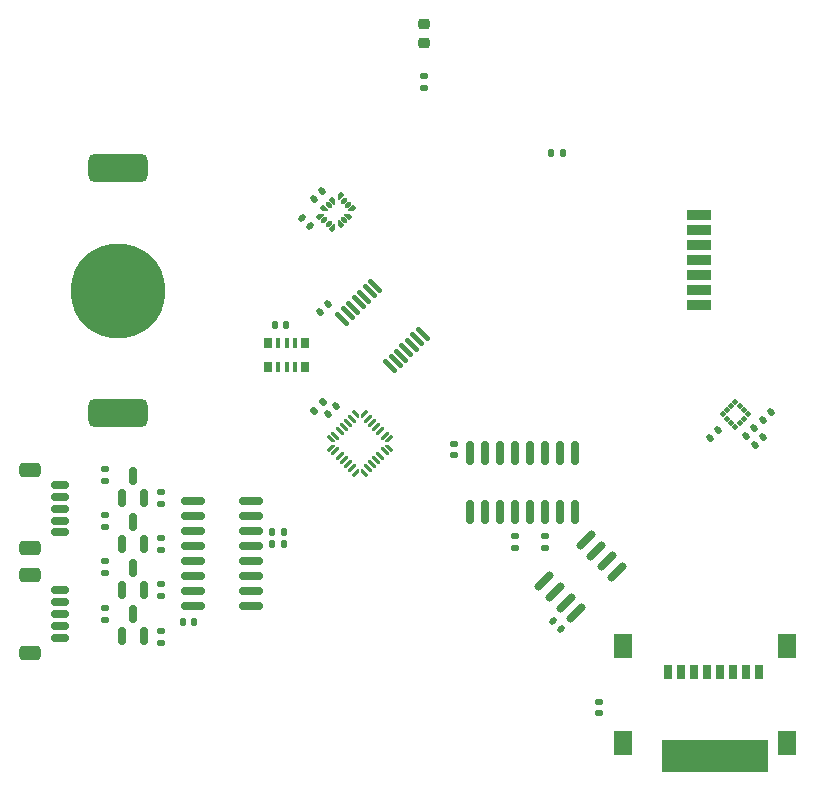
<source format=gbr>
%TF.GenerationSoftware,KiCad,Pcbnew,(6.0.9)*%
%TF.CreationDate,2022-11-26T13:31:22+01:00*%
%TF.ProjectId,MCU_PCB,4d43555f-5043-4422-9e6b-696361645f70,rev?*%
%TF.SameCoordinates,Original*%
%TF.FileFunction,Paste,Top*%
%TF.FilePolarity,Positive*%
%FSLAX46Y46*%
G04 Gerber Fmt 4.6, Leading zero omitted, Abs format (unit mm)*
G04 Created by KiCad (PCBNEW (6.0.9)) date 2022-11-26 13:31:22*
%MOMM*%
%LPD*%
G01*
G04 APERTURE LIST*
G04 Aperture macros list*
%AMRoundRect*
0 Rectangle with rounded corners*
0 $1 Rounding radius*
0 $2 $3 $4 $5 $6 $7 $8 $9 X,Y pos of 4 corners*
0 Add a 4 corners polygon primitive as box body*
4,1,4,$2,$3,$4,$5,$6,$7,$8,$9,$2,$3,0*
0 Add four circle primitives for the rounded corners*
1,1,$1+$1,$2,$3*
1,1,$1+$1,$4,$5*
1,1,$1+$1,$6,$7*
1,1,$1+$1,$8,$9*
0 Add four rect primitives between the rounded corners*
20,1,$1+$1,$2,$3,$4,$5,0*
20,1,$1+$1,$4,$5,$6,$7,0*
20,1,$1+$1,$6,$7,$8,$9,0*
20,1,$1+$1,$8,$9,$2,$3,0*%
%AMFreePoly0*
4,1,14,0.230680,0.111820,0.364320,-0.021821,0.377500,-0.053642,0.377500,-0.080000,0.364320,-0.111820,0.332500,-0.125000,-0.332500,-0.125000,-0.364320,-0.111820,-0.377500,-0.080000,-0.377500,0.080000,-0.364320,0.111820,-0.332500,0.125000,0.198860,0.125000,0.230680,0.111820,0.230680,0.111820,$1*%
%AMFreePoly1*
4,1,14,0.364320,0.111820,0.377500,0.080000,0.377501,0.053640,0.364318,0.021819,0.230680,-0.111820,0.198860,-0.125000,-0.332500,-0.125000,-0.364320,-0.111820,-0.377500,-0.080000,-0.377500,0.080000,-0.364320,0.111820,-0.332500,0.125000,0.332500,0.125000,0.364320,0.111820,0.364320,0.111820,$1*%
%AMFreePoly2*
4,1,15,0.053642,0.377500,0.080000,0.377500,0.111820,0.364320,0.125000,0.332500,0.125000,-0.332500,0.111820,-0.364320,0.080000,-0.377500,-0.080000,-0.377500,-0.111820,-0.364320,-0.125000,-0.332500,-0.125000,0.198860,-0.111820,0.230680,0.021820,0.364320,0.053640,0.377501,0.053642,0.377500,0.053642,0.377500,$1*%
%AMFreePoly3*
4,1,14,-0.021820,0.364320,0.111820,0.230679,0.125000,0.198858,0.125000,-0.332500,0.111820,-0.364320,0.080000,-0.377500,-0.080000,-0.377500,-0.111820,-0.364320,-0.125000,-0.332500,-0.125000,0.332500,-0.111820,0.364320,-0.080000,0.377500,-0.053640,0.377500,-0.021820,0.364320,-0.021820,0.364320,$1*%
%AMFreePoly4*
4,1,14,0.364320,0.111820,0.377500,0.080000,0.377500,-0.080000,0.364320,-0.111820,0.332500,-0.125000,-0.198860,-0.125001,-0.230681,-0.111818,-0.364320,0.021820,-0.377500,0.053640,-0.377500,0.080000,-0.364320,0.111820,-0.332500,0.125000,0.332500,0.125000,0.364320,0.111820,0.364320,0.111820,$1*%
%AMFreePoly5*
4,1,15,-0.198858,0.125000,0.332500,0.125000,0.364320,0.111820,0.377500,0.080000,0.377500,-0.080000,0.364320,-0.111820,0.332500,-0.125000,-0.332500,-0.125000,-0.364320,-0.111820,-0.377500,-0.080000,-0.377500,-0.053640,-0.364320,-0.021820,-0.230680,0.111820,-0.198860,0.125001,-0.198858,0.125000,-0.198858,0.125000,$1*%
%AMFreePoly6*
4,1,14,0.111820,0.364320,0.125000,0.332500,0.125001,-0.198860,0.111818,-0.230681,-0.021820,-0.364320,-0.053640,-0.377500,-0.080000,-0.377500,-0.111820,-0.364320,-0.125000,-0.332500,-0.125000,0.332500,-0.111820,0.364320,-0.080000,0.377500,0.080000,0.377500,0.111820,0.364320,0.111820,0.364320,$1*%
%AMFreePoly7*
4,1,14,0.111820,0.364320,0.125000,0.332500,0.125000,-0.332500,0.111820,-0.364320,0.080000,-0.377500,0.053640,-0.377501,0.021819,-0.364318,-0.111820,-0.230680,-0.125000,-0.198860,-0.125000,0.332500,-0.111820,0.364320,-0.080000,0.377500,0.080000,0.377500,0.111820,0.364320,0.111820,0.364320,$1*%
%AMFreePoly8*
4,1,48,0.036020,0.199191,0.037970,0.199714,0.040958,0.198321,0.057086,0.195477,0.069630,0.184951,0.084467,0.178033,0.290533,-0.028033,0.293203,-0.031847,0.294953,-0.032857,0.296080,-0.035957,0.305473,-0.049370,0.306900,-0.065680,0.312500,-0.081066,0.312500,-0.125000,0.310782,-0.134742,0.311361,-0.138024,0.309695,-0.140910,0.307978,-0.150652,0.295450,-0.165579,0.285709,-0.182453,
0.279350,-0.184767,0.275000,-0.189952,0.255809,-0.193336,0.237500,-0.199999,-0.237500,-0.199999,-0.247242,-0.198282,-0.250524,-0.198861,-0.253410,-0.197195,-0.263152,-0.195478,-0.278079,-0.182950,-0.294953,-0.173209,-0.297267,-0.166850,-0.302452,-0.162500,-0.305836,-0.143309,-0.312500,-0.125000,-0.312500,0.125000,-0.310782,0.134742,-0.311361,0.138024,-0.309695,0.140910,-0.307978,0.150652,
-0.295450,0.165579,-0.285709,0.182453,-0.279350,0.184767,-0.275000,0.189952,-0.255809,0.193336,-0.237500,0.199999,0.031434,0.200000,0.036020,0.199191,0.036020,0.199191,$1*%
%AMFreePoly9*
4,1,48,0.247242,0.198282,0.250524,0.198861,0.253410,0.197195,0.263152,0.195478,0.278079,0.182950,0.294953,0.173209,0.297267,0.166850,0.302452,0.162500,0.305836,0.143309,0.312500,0.125000,0.312500,0.081066,0.311691,0.076480,0.312215,0.074529,0.310820,0.071539,0.307977,0.055414,0.297452,0.042871,0.290533,0.028033,0.084467,-0.178033,0.080653,-0.180703,0.079643,-0.182453,
0.076543,-0.183580,0.063130,-0.192973,0.046819,-0.194401,0.031434,-0.200000,-0.237500,-0.199999,-0.247242,-0.198282,-0.250524,-0.198861,-0.253410,-0.197195,-0.263152,-0.195478,-0.278079,-0.182950,-0.294953,-0.173209,-0.297267,-0.166850,-0.302452,-0.162500,-0.305836,-0.143309,-0.312500,-0.125000,-0.312500,0.125000,-0.310782,0.134742,-0.311361,0.138024,-0.309695,0.140910,-0.307978,0.150652,
-0.295450,0.165579,-0.285709,0.182453,-0.279350,0.184767,-0.275000,0.189952,-0.255809,0.193336,-0.237500,0.199999,0.237500,0.199999,0.247242,0.198282,0.247242,0.198282,$1*%
%AMFreePoly10*
4,1,48,0.134742,0.310782,0.138024,0.311361,0.140910,0.309695,0.150652,0.307978,0.165579,0.295450,0.182453,0.285709,0.184767,0.279350,0.189952,0.275000,0.193336,0.255809,0.199999,0.237500,0.199999,-0.237500,0.198282,-0.247242,0.198861,-0.250524,0.197195,-0.253410,0.195478,-0.263152,0.182950,-0.278079,0.173209,-0.294953,0.166850,-0.297267,0.162500,-0.302452,0.143309,-0.305836,
0.125000,-0.312500,-0.125000,-0.312500,-0.134742,-0.310782,-0.138024,-0.311361,-0.140910,-0.309695,-0.150652,-0.307978,-0.165579,-0.295450,-0.182453,-0.285709,-0.184767,-0.279350,-0.189952,-0.275000,-0.193336,-0.255809,-0.199999,-0.237500,-0.200000,0.031434,-0.199191,0.036020,-0.199714,0.037970,-0.198321,0.040958,-0.195477,0.057086,-0.184951,0.069630,-0.178033,0.084467,0.028033,0.290533,
0.031847,0.293203,0.032857,0.294953,0.035957,0.296080,0.049370,0.305473,0.065680,0.306900,0.081066,0.312500,0.125000,0.312500,0.134742,0.310782,0.134742,0.310782,$1*%
%AMFreePoly11*
4,1,48,-0.076480,0.311691,-0.074530,0.312214,-0.071542,0.310821,-0.055414,0.307977,-0.042870,0.297451,-0.028033,0.290533,0.178033,0.084467,0.180703,0.080653,0.182453,0.079643,0.183580,0.076543,0.192973,0.063130,0.194400,0.046820,0.200000,0.031434,0.199999,-0.237500,0.198282,-0.247242,0.198861,-0.250524,0.197195,-0.253410,0.195478,-0.263152,0.182950,-0.278079,0.173209,-0.294953,
0.166850,-0.297267,0.162500,-0.302452,0.143309,-0.305836,0.125000,-0.312500,-0.125000,-0.312500,-0.134742,-0.310782,-0.138024,-0.311361,-0.140910,-0.309695,-0.150652,-0.307978,-0.165579,-0.295450,-0.182453,-0.285709,-0.184767,-0.279350,-0.189952,-0.275000,-0.193336,-0.255809,-0.199999,-0.237500,-0.199999,0.237500,-0.198282,0.247242,-0.198861,0.250524,-0.197195,0.253410,-0.195478,0.263152,
-0.182950,0.278079,-0.173209,0.294953,-0.166850,0.297267,-0.162500,0.302452,-0.143309,0.305836,-0.125000,0.312500,-0.081066,0.312500,-0.076480,0.311691,-0.076480,0.311691,$1*%
%AMFreePoly12*
4,1,48,0.247242,0.198282,0.250524,0.198861,0.253410,0.197195,0.263152,0.195478,0.278079,0.182950,0.294953,0.173209,0.297267,0.166850,0.302452,0.162500,0.305836,0.143309,0.312500,0.125000,0.312500,-0.125000,0.310782,-0.134742,0.311361,-0.138024,0.309695,-0.140910,0.307978,-0.150652,0.295450,-0.165579,0.285709,-0.182453,0.279350,-0.184767,0.275000,-0.189952,0.255809,-0.193336,
0.237500,-0.199999,-0.031434,-0.200000,-0.036020,-0.199191,-0.037971,-0.199715,-0.040961,-0.198320,-0.057086,-0.195477,-0.069629,-0.184952,-0.084467,-0.178033,-0.290533,0.028033,-0.293203,0.031847,-0.294953,0.032857,-0.296080,0.035957,-0.305473,0.049370,-0.306901,0.065681,-0.312500,0.081066,-0.312500,0.125000,-0.310782,0.134742,-0.311361,0.138024,-0.309695,0.140910,-0.307978,0.150652,
-0.295450,0.165579,-0.285709,0.182453,-0.279350,0.184767,-0.275000,0.189952,-0.255809,0.193336,-0.237500,0.199999,0.237500,0.199999,0.247242,0.198282,0.247242,0.198282,$1*%
%AMFreePoly13*
4,1,48,0.247242,0.198282,0.250524,0.198861,0.253410,0.197195,0.263152,0.195478,0.278079,0.182950,0.294953,0.173209,0.297267,0.166850,0.302452,0.162500,0.305836,0.143309,0.312500,0.125000,0.312500,-0.125000,0.310782,-0.134742,0.311361,-0.138024,0.309695,-0.140910,0.307978,-0.150652,0.295450,-0.165579,0.285709,-0.182453,0.279350,-0.184767,0.275000,-0.189952,0.255809,-0.193336,
0.237500,-0.199999,-0.237500,-0.199999,-0.247242,-0.198282,-0.250524,-0.198861,-0.253410,-0.197195,-0.263152,-0.195478,-0.278079,-0.182950,-0.294953,-0.173209,-0.297267,-0.166850,-0.302452,-0.162500,-0.305836,-0.143309,-0.312500,-0.125000,-0.312500,-0.081066,-0.311691,-0.076480,-0.312214,-0.074530,-0.310821,-0.071542,-0.307977,-0.055414,-0.297451,-0.042870,-0.290533,-0.028033,-0.084467,0.178033,
-0.080653,0.180703,-0.079643,0.182453,-0.076543,0.183580,-0.063130,0.192973,-0.046820,0.194400,-0.031434,0.200000,0.237500,0.199999,0.247242,0.198282,0.247242,0.198282,$1*%
%AMFreePoly14*
4,1,48,0.134742,0.310782,0.138024,0.311361,0.140910,0.309695,0.150652,0.307978,0.165579,0.295450,0.182453,0.285709,0.184767,0.279350,0.189952,0.275000,0.193336,0.255809,0.199999,0.237500,0.200000,-0.031434,0.199191,-0.036020,0.199715,-0.037971,0.198320,-0.040961,0.195477,-0.057086,0.184952,-0.069629,0.178033,-0.084467,-0.028033,-0.290533,-0.031847,-0.293203,-0.032857,-0.294953,
-0.035957,-0.296080,-0.049370,-0.305473,-0.065681,-0.306901,-0.081066,-0.312500,-0.125000,-0.312500,-0.134742,-0.310782,-0.138024,-0.311361,-0.140910,-0.309695,-0.150652,-0.307978,-0.165579,-0.295450,-0.182453,-0.285709,-0.184767,-0.279350,-0.189952,-0.275000,-0.193336,-0.255809,-0.199999,-0.237500,-0.199999,0.237500,-0.198282,0.247242,-0.198861,0.250524,-0.197195,0.253410,-0.195478,0.263152,
-0.182950,0.278079,-0.173209,0.294953,-0.166850,0.297267,-0.162500,0.302452,-0.143309,0.305836,-0.125000,0.312500,0.125000,0.312500,0.134742,0.310782,0.134742,0.310782,$1*%
%AMFreePoly15*
4,1,48,0.134742,0.310782,0.138024,0.311361,0.140910,0.309695,0.150652,0.307978,0.165579,0.295450,0.182453,0.285709,0.184767,0.279350,0.189952,0.275000,0.193336,0.255809,0.199999,0.237500,0.199999,-0.237500,0.198282,-0.247242,0.198861,-0.250524,0.197195,-0.253410,0.195478,-0.263152,0.182950,-0.278079,0.173209,-0.294953,0.166850,-0.297267,0.162500,-0.302452,0.143309,-0.305836,
0.125000,-0.312500,0.081066,-0.312500,0.076480,-0.311691,0.074529,-0.312215,0.071539,-0.310820,0.055414,-0.307977,0.042871,-0.297452,0.028033,-0.290533,-0.178033,-0.084467,-0.180703,-0.080653,-0.182453,-0.079643,-0.183580,-0.076543,-0.192973,-0.063130,-0.194401,-0.046819,-0.200000,-0.031434,-0.199999,0.237500,-0.198282,0.247242,-0.198861,0.250524,-0.197195,0.253410,-0.195478,0.263152,
-0.182950,0.278079,-0.173209,0.294953,-0.166850,0.297267,-0.162500,0.302452,-0.143309,0.305836,-0.125000,0.312500,0.125000,0.312500,0.134742,0.310782,0.134742,0.310782,$1*%
G04 Aperture macros list end*
%ADD10RoundRect,0.218750X-0.256250X0.218750X-0.256250X-0.218750X0.256250X-0.218750X0.256250X0.218750X0*%
%ADD11RoundRect,0.150000X0.477297X0.689429X-0.689429X-0.477297X-0.477297X-0.689429X0.689429X0.477297X0*%
%ADD12RoundRect,0.150000X0.625000X-0.150000X0.625000X0.150000X-0.625000X0.150000X-0.625000X-0.150000X0*%
%ADD13RoundRect,0.250000X0.650000X-0.350000X0.650000X0.350000X-0.650000X0.350000X-0.650000X-0.350000X0*%
%ADD14RoundRect,0.600000X1.945000X-0.600000X1.945000X0.600000X-1.945000X0.600000X-1.945000X-0.600000X0*%
%ADD15C,8.000000*%
%ADD16RoundRect,0.140000X-0.219203X-0.021213X-0.021213X-0.219203X0.219203X0.021213X0.021213X0.219203X0*%
%ADD17RoundRect,0.140000X-0.021213X0.219203X-0.219203X0.021213X0.021213X-0.219203X0.219203X-0.021213X0*%
%ADD18RoundRect,0.140000X0.170000X-0.140000X0.170000X0.140000X-0.170000X0.140000X-0.170000X-0.140000X0*%
%ADD19R,0.700000X0.900000*%
%ADD20R,0.400000X0.900000*%
%ADD21RoundRect,0.135000X0.185000X-0.135000X0.185000X0.135000X-0.185000X0.135000X-0.185000X-0.135000X0*%
%ADD22RoundRect,0.135000X0.135000X0.185000X-0.135000X0.185000X-0.135000X-0.185000X0.135000X-0.185000X0*%
%ADD23RoundRect,0.100000X0.521491X-0.380070X-0.380070X0.521491X-0.521491X0.380070X0.380070X-0.521491X0*%
%ADD24RoundRect,0.150000X0.825000X0.150000X-0.825000X0.150000X-0.825000X-0.150000X0.825000X-0.150000X0*%
%ADD25RoundRect,0.150000X0.150000X-0.587500X0.150000X0.587500X-0.150000X0.587500X-0.150000X-0.587500X0*%
%ADD26RoundRect,0.140000X-0.140000X-0.170000X0.140000X-0.170000X0.140000X0.170000X-0.140000X0.170000X0*%
%ADD27RoundRect,0.140000X-0.170000X0.140000X-0.170000X-0.140000X0.170000X-0.140000X0.170000X0.140000X0*%
%ADD28RoundRect,0.140000X0.140000X0.170000X-0.140000X0.170000X-0.140000X-0.170000X0.140000X-0.170000X0*%
%ADD29R,2.000000X0.900000*%
%ADD30FreePoly0,315.000000*%
%ADD31RoundRect,0.062500X-0.309359X0.220971X0.220971X-0.309359X0.309359X-0.220971X-0.220971X0.309359X0*%
%ADD32FreePoly1,315.000000*%
%ADD33FreePoly2,315.000000*%
%ADD34RoundRect,0.062500X-0.309359X-0.220971X-0.220971X-0.309359X0.309359X0.220971X0.220971X0.309359X0*%
%ADD35FreePoly3,315.000000*%
%ADD36FreePoly4,315.000000*%
%ADD37FreePoly5,315.000000*%
%ADD38FreePoly6,315.000000*%
%ADD39FreePoly7,315.000000*%
%ADD40RoundRect,0.031500X-0.224153X0.021213X0.021213X-0.224153X0.224153X-0.021213X-0.021213X0.224153X0*%
%ADD41RoundRect,0.031500X-0.021213X-0.224153X0.224153X0.021213X0.021213X0.224153X-0.224153X-0.021213X0*%
%ADD42R,0.800000X1.200000*%
%ADD43R,1.500000X2.000000*%
%ADD44R,9.000000X2.800000*%
%ADD45FreePoly8,225.000000*%
%ADD46RoundRect,0.100000X0.079550X0.220971X-0.220971X-0.079550X-0.079550X-0.220971X0.220971X0.079550X0*%
%ADD47FreePoly9,225.000000*%
%ADD48FreePoly10,225.000000*%
%ADD49RoundRect,0.100000X-0.079550X0.220971X-0.220971X0.079550X0.079550X-0.220971X0.220971X-0.079550X0*%
%ADD50FreePoly11,225.000000*%
%ADD51FreePoly12,225.000000*%
%ADD52FreePoly13,225.000000*%
%ADD53FreePoly14,225.000000*%
%ADD54FreePoly15,225.000000*%
%ADD55RoundRect,0.150000X0.150000X-0.825000X0.150000X0.825000X-0.150000X0.825000X-0.150000X-0.825000X0*%
%ADD56RoundRect,0.135000X-0.035355X0.226274X-0.226274X0.035355X0.035355X-0.226274X0.226274X-0.035355X0*%
G04 APERTURE END LIST*
D10*
%TO.C,D1*%
X127450000Y-65862500D03*
X127450000Y-67437500D03*
%TD*%
D11*
%TO.C,U5*%
X143843878Y-112241099D03*
X142945852Y-111343074D03*
X142047826Y-110445048D03*
X141149801Y-109547022D03*
X137649622Y-113047201D03*
X138547648Y-113945226D03*
X139445674Y-114843252D03*
X140343699Y-115741278D03*
%TD*%
D12*
%TO.C,J6*%
X96632000Y-108897000D03*
X96632000Y-107897000D03*
X96632000Y-106897000D03*
X96632000Y-105897000D03*
X96632000Y-104897000D03*
D13*
X94107000Y-103597000D03*
X94107000Y-110197000D03*
%TD*%
D14*
%TO.C,BT1*%
X101560000Y-78020000D03*
X101560000Y-98820000D03*
D15*
X101560000Y-88420000D03*
%TD*%
D16*
%TO.C,C12*%
X138375339Y-116419539D03*
X139054161Y-117098361D03*
%TD*%
D17*
%TO.C,C3*%
X119313011Y-89576589D03*
X118634189Y-90255411D03*
%TD*%
D18*
%TO.C,C2*%
X142240000Y-124178000D03*
X142240000Y-123218000D03*
%TD*%
D19*
%TO.C,Y1*%
X117424000Y-92875719D03*
D20*
X116524000Y-92875719D03*
X115824000Y-92875719D03*
X115124000Y-92875719D03*
D19*
X114224000Y-92875719D03*
X114224000Y-94875719D03*
D20*
X115124000Y-94875719D03*
X115824000Y-94875719D03*
X116524000Y-94875719D03*
D19*
X117424000Y-94875719D03*
%TD*%
D21*
%TO.C,R13*%
X100482400Y-112371600D03*
X100482400Y-111351600D03*
%TD*%
D22*
%TO.C,R1*%
X139244800Y-76733400D03*
X138224800Y-76733400D03*
%TD*%
D23*
%TO.C,U2*%
X124597235Y-94842951D03*
X125056854Y-94383332D03*
X125516474Y-93923713D03*
X125976093Y-93464093D03*
X126435713Y-93004474D03*
X126895332Y-92544854D03*
X127354951Y-92085235D03*
X123306765Y-88037049D03*
X122847146Y-88496668D03*
X122387526Y-88956287D03*
X121927907Y-89415907D03*
X121468287Y-89875526D03*
X121008668Y-90335146D03*
X120549049Y-90794765D03*
%TD*%
D17*
%TO.C,C8*%
X152376740Y-100218258D03*
X151697918Y-100897080D03*
%TD*%
D22*
%TO.C,R5*%
X115597400Y-108839000D03*
X114577400Y-108839000D03*
%TD*%
%TO.C,R7*%
X115597400Y-109855000D03*
X114577400Y-109855000D03*
%TD*%
D24*
%TO.C,U4*%
X112812600Y-115087400D03*
X112812600Y-113817400D03*
X112812600Y-112547400D03*
X112812600Y-111277400D03*
X112812600Y-110007400D03*
X112812600Y-108737400D03*
X112812600Y-107467400D03*
X112812600Y-106197400D03*
X107862600Y-106197400D03*
X107862600Y-107467400D03*
X107862600Y-108737400D03*
X107862600Y-110007400D03*
X107862600Y-111277400D03*
X107862600Y-112547400D03*
X107862600Y-113817400D03*
X107862600Y-115087400D03*
%TD*%
D25*
%TO.C,Q3*%
X101869200Y-113787400D03*
X103769200Y-113787400D03*
X102819200Y-111912400D03*
%TD*%
%TO.C,Q4*%
X101869200Y-105964200D03*
X103769200Y-105964200D03*
X102819200Y-104089200D03*
%TD*%
D17*
%TO.C,C9*%
X156821740Y-98694258D03*
X156142918Y-99373080D03*
%TD*%
D21*
%TO.C,R14*%
X105156000Y-106501900D03*
X105156000Y-105481900D03*
%TD*%
%TO.C,R10*%
X105156000Y-110413500D03*
X105156000Y-109393500D03*
%TD*%
D26*
%TO.C,C6*%
X107040800Y-116459000D03*
X108000800Y-116459000D03*
%TD*%
D21*
%TO.C,R8*%
X105156000Y-118236700D03*
X105156000Y-117216700D03*
%TD*%
D17*
%TO.C,C14*%
X118866976Y-79996601D03*
X118188154Y-80675423D03*
%TD*%
D25*
%TO.C,Q2*%
X101869200Y-109875800D03*
X103769200Y-109875800D03*
X102819200Y-108000800D03*
%TD*%
D27*
%TO.C,C4*%
X130002550Y-101394550D03*
X130002550Y-102354550D03*
%TD*%
D28*
%TO.C,C15*%
X115796000Y-91335719D03*
X114836000Y-91335719D03*
%TD*%
D29*
%TO.C,J7*%
X150780000Y-81990000D03*
X150780000Y-83260000D03*
X150780000Y-84530000D03*
X150780000Y-85800000D03*
X150780000Y-87070000D03*
X150780000Y-88340000D03*
X150780000Y-89610000D03*
%TD*%
D30*
%TO.C,U1*%
X121692214Y-98898613D03*
D31*
X121381087Y-99294593D03*
X121027534Y-99648146D03*
X120673981Y-100001700D03*
X120320427Y-100355253D03*
X119966874Y-100708806D03*
D32*
X119570894Y-101019933D03*
D33*
X119570894Y-101723505D03*
D34*
X119966874Y-102034632D03*
X120320427Y-102388185D03*
X120673981Y-102741738D03*
X121027534Y-103095292D03*
X121381087Y-103448845D03*
D35*
X121692214Y-103844825D03*
D36*
X122395786Y-103844825D03*
D31*
X122706913Y-103448845D03*
X123060466Y-103095292D03*
X123414019Y-102741738D03*
X123767573Y-102388185D03*
X124121126Y-102034632D03*
D37*
X124517106Y-101723505D03*
D38*
X124517106Y-101019933D03*
D34*
X124121126Y-100708806D03*
X123767573Y-100355253D03*
X123414019Y-100001700D03*
X123060466Y-99648146D03*
X122706913Y-99294593D03*
D39*
X122395786Y-98898613D03*
%TD*%
D21*
%TO.C,R4*%
X137724150Y-110182350D03*
X137724150Y-109162350D03*
%TD*%
D17*
%TO.C,C1*%
X119998811Y-98212589D03*
X119319989Y-98891411D03*
%TD*%
D21*
%TO.C,R15*%
X100482400Y-104548400D03*
X100482400Y-103528400D03*
%TD*%
D40*
%TO.C,U6*%
X153808258Y-97838938D03*
X153454705Y-98192491D03*
X153101151Y-98546045D03*
X152747598Y-98899598D03*
D41*
X153101151Y-99267293D03*
X153454705Y-99620847D03*
D40*
X153822400Y-99974400D03*
X154175953Y-99620847D03*
X154529507Y-99267293D03*
X154883060Y-98913740D03*
D41*
X154529507Y-98546045D03*
X154175953Y-98192491D03*
%TD*%
D21*
%TO.C,R2*%
X127450000Y-71260000D03*
X127450000Y-70240000D03*
%TD*%
D12*
%TO.C,J5*%
X96632000Y-117797000D03*
X96632000Y-116797000D03*
X96632000Y-115797000D03*
X96632000Y-114797000D03*
X96632000Y-113797000D03*
D13*
X94107000Y-119097000D03*
X94107000Y-112497000D03*
%TD*%
D16*
%TO.C,C13*%
X117121354Y-82308001D03*
X117800176Y-82986823D03*
%TD*%
D42*
%TO.C,J4*%
X148107000Y-120748000D03*
X149207000Y-120748000D03*
X150307000Y-120748000D03*
X151407000Y-120748000D03*
X152507000Y-120748000D03*
X153607000Y-120748000D03*
X154707000Y-120748000D03*
X155807000Y-120748000D03*
D43*
X158207000Y-118548000D03*
D44*
X152057000Y-127798000D03*
D43*
X144307000Y-118548000D03*
X158207000Y-126748000D03*
X144307000Y-126748000D03*
%TD*%
D21*
%TO.C,R6*%
X135158750Y-110182350D03*
X135158750Y-109162350D03*
%TD*%
D17*
%TO.C,C11*%
X155424740Y-100091258D03*
X154745918Y-100770080D03*
%TD*%
D21*
%TO.C,R12*%
X105156000Y-114325100D03*
X105156000Y-113305100D03*
%TD*%
D25*
%TO.C,Q1*%
X101869200Y-117699000D03*
X103769200Y-117699000D03*
X102819200Y-115824000D03*
%TD*%
D45*
%TO.C,U7*%
X121378507Y-81517530D03*
D46*
X121024953Y-81163977D03*
X120671400Y-80810424D03*
D47*
X120317847Y-80456870D03*
D48*
X119734483Y-80810424D03*
D49*
X119380930Y-81163977D03*
D50*
X119027377Y-81517530D03*
D51*
X118673823Y-82100894D03*
D46*
X119027377Y-82454447D03*
X119380930Y-82808000D03*
D52*
X119734483Y-83161554D03*
D53*
X120317847Y-82808000D03*
D49*
X120671400Y-82454447D03*
D54*
X121024953Y-82100894D03*
%TD*%
D55*
%TO.C,U3*%
X131374150Y-107143550D03*
X132644150Y-107143550D03*
X133914150Y-107143550D03*
X135184150Y-107143550D03*
X136454150Y-107143550D03*
X137724150Y-107143550D03*
X138994150Y-107143550D03*
X140264150Y-107143550D03*
X140264150Y-102193550D03*
X138994150Y-102193550D03*
X137724150Y-102193550D03*
X136454150Y-102193550D03*
X135184150Y-102193550D03*
X133914150Y-102193550D03*
X132644150Y-102193550D03*
X131374150Y-102193550D03*
%TD*%
D21*
%TO.C,R11*%
X100482400Y-108460000D03*
X100482400Y-107440000D03*
%TD*%
%TO.C,R9*%
X100482400Y-116283200D03*
X100482400Y-115263200D03*
%TD*%
D17*
%TO.C,C10*%
X156186740Y-100853258D03*
X155507918Y-101532080D03*
%TD*%
D56*
%TO.C,R3*%
X118902424Y-97861176D03*
X118181176Y-98582424D03*
%TD*%
M02*

</source>
